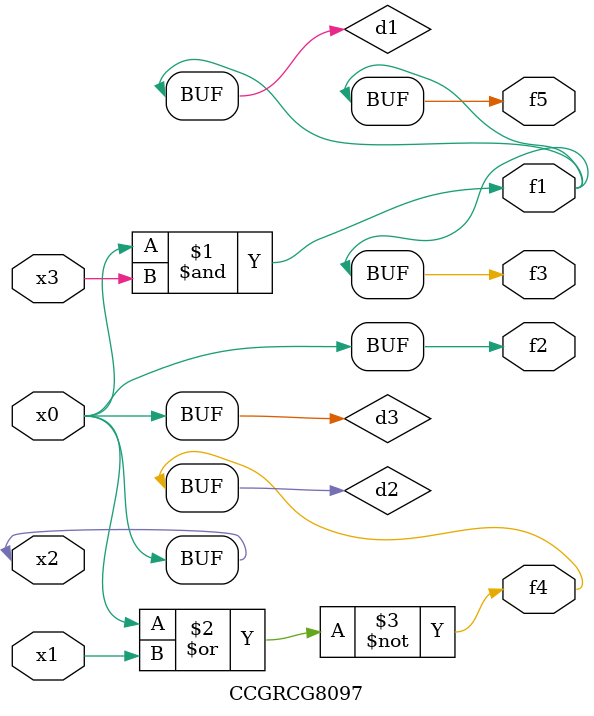
<source format=v>
module CCGRCG8097(
	input x0, x1, x2, x3,
	output f1, f2, f3, f4, f5
);

	wire d1, d2, d3;

	and (d1, x2, x3);
	nor (d2, x0, x1);
	buf (d3, x0, x2);
	assign f1 = d1;
	assign f2 = d3;
	assign f3 = d1;
	assign f4 = d2;
	assign f5 = d1;
endmodule

</source>
